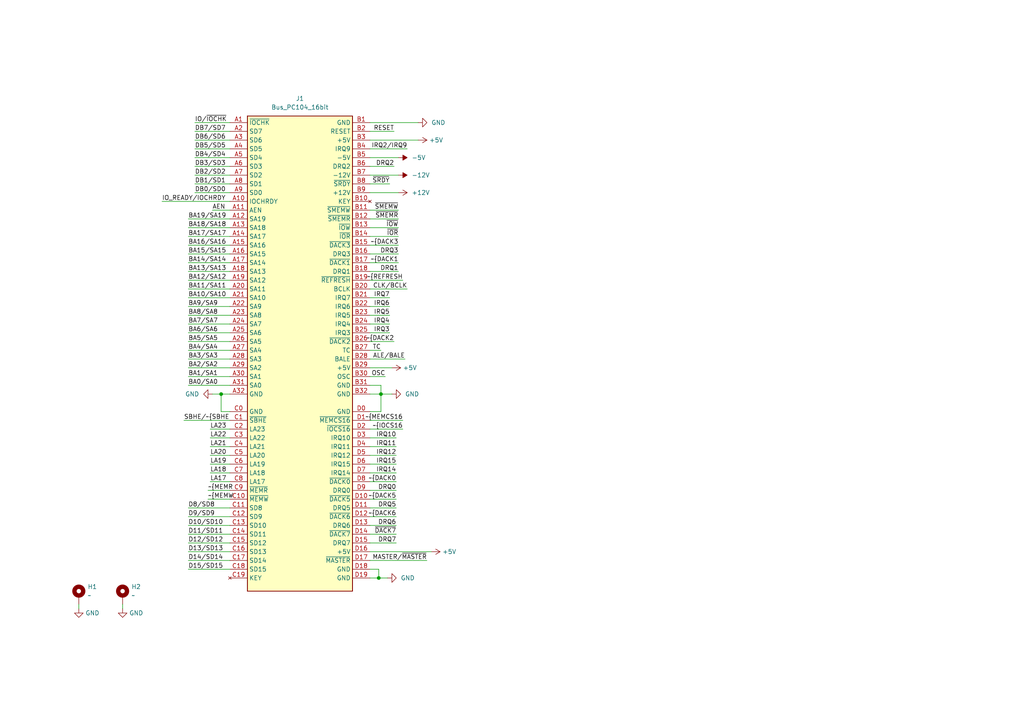
<source format=kicad_sch>
(kicad_sch (version 20230121) (generator eeschema)
  (paper "A4")
  (lib_symbols
    (symbol "Mechanical:MountingHole_Pad" (pin_numbers hide) (pin_names (offset 1.016) hide)
      (property "Reference" "H" (at 0 6.35 0))
      (property "Value" "MountingHole_Pad" (at 0 4.445 0))
      (symbol "MountingHole_Pad_0_1"
        (circle (center 0 1.27) (radius 1.27) (stroke (width 1.27)))
      )
      (symbol "MountingHole_Pad_1_1"
        (pin input line (at 0 -2.54 90) (length 2.54) (name "1") (number "1"))
      )
    )
    (symbol "local:Bus_PC104_16bit"
      (property "Reference" "J" (at 0 69.215 0))
      (property "Value" "Bus_PC104_16bit" (at 0 1.27 90))
      (symbol "Bus_PC104_16bit_0_0"
        (pin power_in line (at -20.32 -13.97 0) (length 5.08) (name "GND") (number "A32"))
        (pin power_in line (at 20.32 -13.97 180) (length 5.08) (name "GND") (number "B32"))
        (pin no_connect line (at -20.32 -67.31 0) (length 5.08) (name "KEY") (number "C19"))
        (pin power_in line (at 20.32 -67.31 180) (length 5.08) (name "GND") (number "D19"))
      )
      (symbol "Bus_PC104_16bit_0_1"
        (rectangle (start -15.24 66.675) (end 15.24 -71.12) (stroke (width 0.254)) (fill (type background)))
      )
      (symbol "Bus_PC104_16bit_1_1"
        (pin passive line (at -20.32 64.77 0) (length 5.08) (name "~{IOCHK}") (number "A1"))
        (pin passive line (at -20.32 41.91 0) (length 5.08) (name "IOCHRDY") (number "A10"))
        (pin input line (at -20.32 39.37 0) (length 5.08) (name "AEN") (number "A11"))
        (pin tri_state line (at -20.32 36.83 0) (length 5.08) (name "SA19") (number "A12"))
        (pin tri_state line (at -20.32 34.29 0) (length 5.08) (name "SA18") (number "A13"))
        (pin tri_state line (at -20.32 31.75 0) (length 5.08) (name "SA17") (number "A14"))
        (pin tri_state line (at -20.32 29.21 0) (length 5.08) (name "SA16") (number "A15"))
        (pin tri_state line (at -20.32 26.67 0) (length 5.08) (name "SA15") (number "A16"))
        (pin tri_state line (at -20.32 24.13 0) (length 5.08) (name "SA14") (number "A17"))
        (pin tri_state line (at -20.32 21.59 0) (length 5.08) (name "SA13") (number "A18"))
        (pin tri_state line (at -20.32 19.05 0) (length 5.08) (name "SA12") (number "A19"))
        (pin tri_state line (at -20.32 62.23 0) (length 5.08) (name "SD7") (number "A2"))
        (pin tri_state line (at -20.32 16.51 0) (length 5.08) (name "SA11") (number "A20"))
        (pin tri_state line (at -20.32 13.97 0) (length 5.08) (name "SA10") (number "A21"))
        (pin tri_state line (at -20.32 11.43 0) (length 5.08) (name "SA9") (number "A22"))
        (pin tri_state line (at -20.32 8.89 0) (length 5.08) (name "SA8") (number "A23"))
        (pin tri_state line (at -20.32 6.35 0) (length 5.08) (name "SA7") (number "A24"))
        (pin tri_state line (at -20.32 3.81 0) (length 5.08) (name "SA6") (number "A25"))
        (pin tri_state line (at -20.32 1.27 0) (length 5.08) (name "SA5") (number "A26"))
        (pin tri_state line (at -20.32 -1.27 0) (length 5.08) (name "SA4") (number "A27"))
        (pin tri_state line (at -20.32 -3.81 0) (length 5.08) (name "SA3") (number "A28"))
        (pin tri_state line (at -20.32 -6.35 0) (length 5.08) (name "SA2") (number "A29"))
        (pin tri_state line (at -20.32 59.69 0) (length 5.08) (name "SD6") (number "A3"))
        (pin tri_state line (at -20.32 -8.89 0) (length 5.08) (name "SA1") (number "A30"))
        (pin tri_state line (at -20.32 -11.43 0) (length 5.08) (name "SA0") (number "A31"))
        (pin tri_state line (at -20.32 57.15 0) (length 5.08) (name "SD5") (number "A4"))
        (pin tri_state line (at -20.32 54.61 0) (length 5.08) (name "SD4") (number "A5"))
        (pin tri_state line (at -20.32 52.07 0) (length 5.08) (name "SD3") (number "A6"))
        (pin tri_state line (at -20.32 49.53 0) (length 5.08) (name "SD2") (number "A7"))
        (pin tri_state line (at -20.32 46.99 0) (length 5.08) (name "SD1") (number "A8"))
        (pin tri_state line (at -20.32 44.45 0) (length 5.08) (name "SD0") (number "A9"))
        (pin power_in line (at 20.32 64.77 180) (length 5.08) (name "GND") (number "B1"))
        (pin no_connect line (at 20.32 41.91 180) (length 5.08) (name "KEY") (number "B10"))
        (pin input line (at 20.32 39.37 180) (length 5.08) (name "~{SMEMW}") (number "B11"))
        (pin input line (at 20.32 36.83 180) (length 5.08) (name "~{SMEMR}") (number "B12"))
        (pin input line (at 20.32 34.29 180) (length 5.08) (name "~{IOW}") (number "B13"))
        (pin input line (at 20.32 31.75 180) (length 5.08) (name "~{IOR}") (number "B14"))
        (pin passive line (at 20.32 29.21 180) (length 5.08) (name "~{DACK3}") (number "B15"))
        (pin passive line (at 20.32 26.67 180) (length 5.08) (name "DRQ3") (number "B16"))
        (pin passive line (at 20.32 24.13 180) (length 5.08) (name "~{DACK1}") (number "B17"))
        (pin passive line (at 20.32 21.59 180) (length 5.08) (name "DRQ1") (number "B18"))
        (pin passive line (at 20.32 19.05 180) (length 5.08) (name "~{REFRESH}") (number "B19"))
        (pin input line (at 20.32 62.23 180) (length 5.08) (name "RESET") (number "B2"))
        (pin input line (at 20.32 16.51 180) (length 5.08) (name "BCLK") (number "B20"))
        (pin passive line (at 20.32 13.97 180) (length 5.08) (name "IRQ7") (number "B21"))
        (pin passive line (at 20.32 11.43 180) (length 5.08) (name "IRQ6") (number "B22"))
        (pin passive line (at 20.32 8.89 180) (length 5.08) (name "IRQ5") (number "B23"))
        (pin passive line (at 20.32 6.35 180) (length 5.08) (name "IRQ4") (number "B24"))
        (pin passive line (at 20.32 3.81 180) (length 5.08) (name "IRQ3") (number "B25"))
        (pin passive line (at 20.32 1.27 180) (length 5.08) (name "~{DACK2}") (number "B26"))
        (pin passive line (at 20.32 -1.27 180) (length 5.08) (name "TC") (number "B27"))
        (pin input line (at 20.32 -3.81 180) (length 5.08) (name "BALE") (number "B28"))
        (pin power_in line (at 20.32 -6.35 180) (length 5.08) (name "+5V") (number "B29"))
        (pin power_in line (at 20.32 59.69 180) (length 5.08) (name "+5V") (number "B3"))
        (pin input line (at 20.32 -8.89 180) (length 5.08) (name "OSC") (number "B30"))
        (pin power_in line (at 20.32 -11.43 180) (length 5.08) (name "GND") (number "B31"))
        (pin passive line (at 20.32 57.15 180) (length 5.08) (name "IRQ9") (number "B4"))
        (pin power_in line (at 20.32 54.61 180) (length 5.08) (name "-5V") (number "B5"))
        (pin passive line (at 20.32 52.07 180) (length 5.08) (name "DRQ2") (number "B6"))
        (pin power_in line (at 20.32 49.53 180) (length 5.08) (name "-12V") (number "B7"))
        (pin input line (at 20.32 46.99 180) (length 5.08) (name "~{SRDY}") (number "B8"))
        (pin power_in line (at 20.32 44.45 180) (length 5.08) (name "+12V") (number "B9"))
        (pin power_in line (at -20.32 -19.05 0) (length 5.08) (name "GND") (number "C0"))
        (pin passive line (at -20.32 -21.59 0) (length 5.08) (name "~{SBHE}") (number "C1"))
        (pin input line (at -20.32 -44.45 0) (length 5.08) (name "~{MEMW}") (number "C10"))
        (pin tri_state line (at -20.32 -46.99 0) (length 5.08) (name "SD8") (number "C11"))
        (pin tri_state line (at -20.32 -49.53 0) (length 5.08) (name "SD9") (number "C12"))
        (pin tri_state line (at -20.32 -52.07 0) (length 5.08) (name "SD10") (number "C13"))
        (pin tri_state line (at -20.32 -54.61 0) (length 5.08) (name "SD11") (number "C14"))
        (pin tri_state line (at -20.32 -57.15 0) (length 5.08) (name "SD12") (number "C15"))
        (pin tri_state line (at -20.32 -59.69 0) (length 5.08) (name "SD13") (number "C16"))
        (pin tri_state line (at -20.32 -62.23 0) (length 5.08) (name "SD14") (number "C17"))
        (pin tri_state line (at -20.32 -64.77 0) (length 5.08) (name "SD15") (number "C18"))
        (pin passive line (at -20.32 -24.13 0) (length 5.08) (name "LA23") (number "C2"))
        (pin passive line (at -20.32 -26.67 0) (length 5.08) (name "LA22") (number "C3"))
        (pin passive line (at -20.32 -29.21 0) (length 5.08) (name "LA21") (number "C4"))
        (pin passive line (at -20.32 -31.75 0) (length 5.08) (name "LA20") (number "C5"))
        (pin passive line (at -20.32 -34.29 0) (length 5.08) (name "LA19") (number "C6"))
        (pin passive line (at -20.32 -36.83 0) (length 5.08) (name "LA18") (number "C7"))
        (pin passive line (at -20.32 -39.37 0) (length 5.08) (name "LA17") (number "C8"))
        (pin input line (at -20.32 -41.91 0) (length 5.08) (name "~{MEMR}") (number "C9"))
        (pin power_in line (at 20.32 -19.05 180) (length 5.08) (name "GND") (number "D0"))
        (pin passive line (at 20.32 -21.59 180) (length 5.08) (name "~{MEMCS16}") (number "D1"))
        (pin input line (at 20.32 -44.45 180) (length 5.08) (name "~{DACK5}") (number "D10"))
        (pin passive line (at 20.32 -46.99 180) (length 5.08) (name "DRQ5") (number "D11"))
        (pin input line (at 20.32 -49.53 180) (length 5.08) (name "~{DACK6}") (number "D12"))
        (pin passive line (at 20.32 -52.07 180) (length 5.08) (name "DRQ6") (number "D13"))
        (pin input line (at 20.32 -54.61 180) (length 5.08) (name "~{DACK7}") (number "D14"))
        (pin passive line (at 20.32 -57.15 180) (length 5.08) (name "DRQ7") (number "D15"))
        (pin power_in line (at 20.32 -59.69 180) (length 5.08) (name "+5V") (number "D16"))
        (pin passive line (at 20.32 -62.23 180) (length 5.08) (name "~{MASTER}") (number "D17"))
        (pin power_in line (at 20.32 -64.77 180) (length 5.08) (name "GND") (number "D18"))
        (pin passive line (at 20.32 -24.13 180) (length 5.08) (name "~{IOCS16}") (number "D2"))
        (pin passive line (at 20.32 -26.67 180) (length 5.08) (name "IRQ10") (number "D3"))
        (pin passive line (at 20.32 -29.21 180) (length 5.08) (name "IRQ11") (number "D4"))
        (pin passive line (at 20.32 -31.75 180) (length 5.08) (name "IRQ12") (number "D5"))
        (pin passive line (at 20.32 -34.29 180) (length 5.08) (name "IRQ15") (number "D6"))
        (pin passive line (at 20.32 -36.83 180) (length 5.08) (name "IRQ14") (number "D7"))
        (pin input line (at 20.32 -39.37 180) (length 5.08) (name "~{DACK0}") (number "D8"))
        (pin passive line (at 20.32 -41.91 180) (length 5.08) (name "DRQ0") (number "D9"))
      )
    )
    (symbol "power:+12V" (power) (pin_names (offset 0))
      (property "Value" "+12V" (at 0 3.556 0))
      (symbol "+12V_0_1"
        (polyline (pts (xy -0.762 1.27) (xy 0 2.54)))
        (polyline (pts (xy 0 0) (xy 0 2.54)))
        (polyline (pts (xy 0 2.54) (xy 0.762 1.27)))
      )
      (symbol "+12V_1_1"
        (pin power_in line (at 0 0 90) (length 0) hide (name "+12V") (number "1"))
      )
    )
    (symbol "power:+5V" (power) (pin_names (offset 0))
      (property "Value" "+5V" (at 0 3.556 0))
      (symbol "+5V_0_1"
        (polyline (pts (xy -0.762 1.27) (xy 0 2.54)))
        (polyline (pts (xy 0 0) (xy 0 2.54)))
        (polyline (pts (xy 0 2.54) (xy 0.762 1.27)))
      )
      (symbol "+5V_1_1"
        (pin power_in line (at 0 0 90) (length 0) hide (name "+5V") (number "1"))
      )
    )
    (symbol "power:-12V" (power) (pin_names (offset 0))
      (property "Value" "-12V" (at 0 3.81 0))
      (symbol "-12V_0_0"
        (pin power_in line (at 0 0 90) (length 0) hide (name "-12V") (number "1"))
      )
      (symbol "-12V_0_1"
        (polyline (pts (xy 0 0) (xy 0 1.27) (xy 0.762 1.27) (xy 0 2.54) (xy -0.762 1.27) (xy 0 1.27)) (fill (type outline)))
      )
    )
    (symbol "power:-5V" (power) (pin_names (offset 0))
      (property "Value" "-5V" (at 0 3.81 0))
      (symbol "-5V_0_0"
        (pin power_in line (at 0 0 90) (length 0) hide (name "-5V") (number "1"))
      )
      (symbol "-5V_0_1"
        (polyline (pts (xy 0 0) (xy 0 1.27) (xy 0.762 1.27) (xy 0 2.54) (xy -0.762 1.27) (xy 0 1.27)) (fill (type outline)))
      )
    )
    (symbol "power:GND" (power) (pin_names (offset 0))
      (property "Value" "GND" (at 0 -3.81 0))
      (symbol "GND_0_1"
        (polyline (pts (xy 0 0) (xy 0 -1.27) (xy 1.27 -1.27) (xy 0 -2.54) (xy -1.27 -1.27) (xy 0 -1.27)))
      )
      (symbol "GND_1_1"
        (pin power_in line (at 0 0 270) (length 0) hide (name "GND") (number "1"))
      )
    )
  )
  (junction (at 109.855 167.64))
  (junction (at 64.135 114.3))
  (junction (at 110.49 114.3))
  (wire (pts (xy 54.61 78.74) (xy 66.675 78.74)))
  (wire (pts (xy 107.315 88.9) (xy 113.03 88.9)))
  (wire (pts (xy 54.61 101.6) (xy 66.675 101.6)))
  (wire (pts (xy 109.855 165.1) (xy 109.855 167.64)))
  (wire (pts (xy 56.515 40.64) (xy 66.675 40.64)))
  (wire (pts (xy 54.61 111.76) (xy 66.675 111.76)))
  (wire (pts (xy 66.675 162.56) (xy 54.61 162.56)))
  (wire (pts (xy 107.315 68.58) (xy 115.57 68.58)))
  (wire (pts (xy 56.515 43.18) (xy 66.675 43.18)))
  (wire (pts (xy 54.61 109.22) (xy 66.675 109.22)))
  (wire (pts (xy 54.61 104.14) (xy 66.675 104.14)))
  (wire (pts (xy 109.855 165.1) (xy 107.315 165.1)))
  (wire (pts (xy 56.515 50.8) (xy 66.675 50.8)))
  (wire (pts (xy 54.61 73.66) (xy 66.675 73.66)))
  (wire (pts (xy 110.49 111.76) (xy 110.49 114.3)))
  (wire (pts (xy 54.61 99.06) (xy 66.675 99.06)))
  (wire (pts (xy 107.315 139.7) (xy 114.935 139.7)))
  (wire (pts (xy 107.315 83.82) (xy 118.11 83.82)))
  (wire (pts (xy 107.315 129.54) (xy 114.935 129.54)))
  (wire (pts (xy 56.515 55.88) (xy 66.675 55.88)))
  (wire (pts (xy 66.675 58.42) (xy 46.99 58.42)))
  (wire (pts (xy 116.84 81.28) (xy 107.315 81.28)))
  (wire (pts (xy 110.49 111.76) (xy 107.315 111.76)))
  (wire (pts (xy 115.57 76.2) (xy 107.315 76.2)))
  (wire (pts (xy 107.315 134.62) (xy 114.935 134.62)))
  (wire (pts (xy 60.96 124.46) (xy 66.675 124.46)))
  (wire (pts (xy 66.675 147.32) (xy 54.61 147.32)))
  (wire (pts (xy 54.61 96.52) (xy 66.675 96.52)))
  (wire (pts (xy 107.315 45.72) (xy 115.57 45.72)))
  (wire (pts (xy 60.96 129.54) (xy 66.675 129.54)))
  (wire (pts (xy 66.675 160.02) (xy 54.61 160.02)))
  (wire (pts (xy 66.675 165.1) (xy 54.61 165.1)))
  (wire (pts (xy 54.61 86.36) (xy 66.675 86.36)))
  (wire (pts (xy 107.315 93.98) (xy 113.03 93.98)))
  (wire (pts (xy 54.61 93.98) (xy 66.675 93.98)))
  (wire (pts (xy 61.595 114.3) (xy 64.135 114.3)))
  (wire (pts (xy 64.135 114.3) (xy 66.675 114.3)))
  (wire (pts (xy 60.96 134.62) (xy 66.675 134.62)))
  (wire (pts (xy 56.515 48.26) (xy 66.675 48.26)))
  (wire (pts (xy 110.49 114.3) (xy 107.315 114.3)))
  (wire (pts (xy 107.315 48.26) (xy 114.3 48.26)))
  (wire (pts (xy 107.315 149.86) (xy 114.935 149.86)))
  (wire (pts (xy 107.315 160.02) (xy 125.095 160.02)))
  (wire (pts (xy 107.315 147.32) (xy 114.935 147.32)))
  (wire (pts (xy 54.61 81.28) (xy 66.675 81.28)))
  (wire (pts (xy 110.49 119.38) (xy 107.315 119.38)))
  (wire (pts (xy 117.475 104.14) (xy 107.315 104.14)))
  (wire (pts (xy 60.325 144.78) (xy 66.675 144.78)))
  (wire (pts (xy 112.395 167.64) (xy 109.855 167.64)))
  (wire (pts (xy 113.665 114.3) (xy 110.49 114.3)))
  (wire (pts (xy 107.315 91.44) (xy 113.03 91.44)))
  (wire (pts (xy 107.315 50.8) (xy 115.57 50.8)))
  (wire (pts (xy 35.56 175.26) (xy 35.56 176.53)))
  (wire (pts (xy 110.49 114.3) (xy 110.49 119.38)))
  (wire (pts (xy 107.315 96.52) (xy 113.03 96.52)))
  (wire (pts (xy 121.285 35.56) (xy 107.315 35.56)))
  (wire (pts (xy 115.57 73.66) (xy 107.315 73.66)))
  (wire (pts (xy 107.315 66.04) (xy 115.57 66.04)))
  (wire (pts (xy 66.675 60.96) (xy 61.595 60.96)))
  (wire (pts (xy 107.315 109.22) (xy 111.76 109.22)))
  (wire (pts (xy 107.315 144.78) (xy 114.935 144.78)))
  (wire (pts (xy 107.315 124.46) (xy 116.84 124.46)))
  (wire (pts (xy 107.315 55.88) (xy 115.57 55.88)))
  (wire (pts (xy 107.315 154.94) (xy 114.935 154.94)))
  (wire (pts (xy 60.96 139.7) (xy 66.675 139.7)))
  (wire (pts (xy 66.675 154.94) (xy 54.61 154.94)))
  (wire (pts (xy 109.855 167.64) (xy 107.315 167.64)))
  (wire (pts (xy 107.315 157.48) (xy 114.935 157.48)))
  (wire (pts (xy 66.675 157.48) (xy 54.61 157.48)))
  (wire (pts (xy 64.135 114.3) (xy 64.135 119.38)))
  (wire (pts (xy 107.315 60.96) (xy 115.57 60.96)))
  (wire (pts (xy 115.57 78.74) (xy 107.315 78.74)))
  (wire (pts (xy 56.515 53.34) (xy 66.675 53.34)))
  (wire (pts (xy 107.315 53.34) (xy 113.03 53.34)))
  (wire (pts (xy 115.57 71.12) (xy 107.315 71.12)))
  (wire (pts (xy 66.675 152.4) (xy 54.61 152.4)))
  (wire (pts (xy 107.315 132.08) (xy 114.935 132.08)))
  (wire (pts (xy 54.61 66.04) (xy 66.675 66.04)))
  (wire (pts (xy 60.96 127) (xy 66.675 127)))
  (wire (pts (xy 107.315 162.56) (xy 123.825 162.56)))
  (wire (pts (xy 110.49 101.6) (xy 107.315 101.6)))
  (wire (pts (xy 107.315 137.16) (xy 114.935 137.16)))
  (wire (pts (xy 107.315 38.1) (xy 114.3 38.1)))
  (wire (pts (xy 54.61 76.2) (xy 66.675 76.2)))
  (wire (pts (xy 53.34 121.92) (xy 66.675 121.92)))
  (wire (pts (xy 54.61 68.58) (xy 66.675 68.58)))
  (wire (pts (xy 56.515 45.72) (xy 66.675 45.72)))
  (wire (pts (xy 54.61 83.82) (xy 66.675 83.82)))
  (wire (pts (xy 60.96 137.16) (xy 66.675 137.16)))
  (wire (pts (xy 107.315 152.4) (xy 114.935 152.4)))
  (wire (pts (xy 54.61 88.9) (xy 66.675 88.9)))
  (wire (pts (xy 60.325 142.24) (xy 66.675 142.24)))
  (wire (pts (xy 107.315 43.18) (xy 118.11 43.18)))
  (wire (pts (xy 107.315 142.24) (xy 114.935 142.24)))
  (wire (pts (xy 107.315 40.64) (xy 121.285 40.64)))
  (wire (pts (xy 66.675 149.86) (xy 54.61 149.86)))
  (wire (pts (xy 56.515 38.1) (xy 66.675 38.1)))
  (wire (pts (xy 107.315 106.68) (xy 113.665 106.68)))
  (wire (pts (xy 54.61 63.5) (xy 66.675 63.5)))
  (wire (pts (xy 60.96 132.08) (xy 66.675 132.08)))
  (wire (pts (xy 114.3 99.06) (xy 107.315 99.06)))
  (wire (pts (xy 107.315 63.5) (xy 115.57 63.5)))
  (wire (pts (xy 54.61 106.68) (xy 66.675 106.68)))
  (wire (pts (xy 107.315 86.36) (xy 113.03 86.36)))
  (wire (pts (xy 66.675 35.56) (xy 56.515 35.56)))
  (wire (pts (xy 54.61 71.12) (xy 66.675 71.12)))
  (wire (pts (xy 22.86 175.26) (xy 22.86 176.53)))
  (wire (pts (xy 54.61 91.44) (xy 66.675 91.44)))
  (wire (pts (xy 107.315 121.92) (xy 116.84 121.92)))
  (wire (pts (xy 66.675 119.38) (xy 64.135 119.38)))
  (wire (pts (xy 107.315 127) (xy 114.935 127)))
  (label "~{DACK5" (at 114.935 144.78 180))
  (label "DB7{slash}SD7" (at 56.515 38.1 0))
  (label "BA8{slash}SA8" (at 54.61 91.44 0))
  (label "DB6{slash}SD6" (at 56.515 40.64 0))
  (label "~{DACK1" (at 115.57 76.2 180))
  (label "IRQ7" (at 113.03 86.36 180))
  (label "BA7{slash}SA7" (at 54.61 93.98 0))
  (label "LA19" (at 60.96 134.62 0))
  (label "DRQ5" (at 114.935 147.32 180))
  (label "D14{slash}SD14" (at 54.61 162.56 0))
  (label "~{MEMR" (at 60.325 142.24 0))
  (label "D9{slash}SD9" (at 54.61 149.86 0))
  (label "IRQ2{slash}IRQ9" (at 118.11 43.18 180))
  (label "LA18" (at 60.96 137.16 0))
  (label "CLK{slash}BCLK" (at 118.11 83.82 180))
  (label "~{SRDY}" (at 113.03 53.34 180))
  (label "DB4{slash}SD4" (at 56.515 45.72 0))
  (label "~{IOCS16" (at 116.84 124.46 180))
  (label "AEN" (at 61.595 60.96 0))
  (label "TC" (at 110.49 101.6 180))
  (label "DB3{slash}SD3" (at 56.515 48.26 0))
  (label "LA23" (at 60.96 124.46 0))
  (label "DRQ2" (at 114.3 48.26 180))
  (label "DB5{slash}SD5" (at 56.515 43.18 0))
  (label "D12{slash}SD12" (at 54.61 157.48 0))
  (label "D8{slash}SD8" (at 54.61 147.32 0))
  (label "LA22" (at 60.96 127 0))
  (label "~{MEMW" (at 60.325 144.78 0))
  (label "BA17{slash}SA17" (at 54.61 68.58 0))
  (label "IRQ14" (at 114.935 137.16 180))
  (label "ALE{slash}BALE" (at 117.475 104.14 180))
  (label "LA17" (at 60.96 139.7 0))
  (label "IRQ11" (at 114.935 129.54 180))
  (label "DRQ3" (at 115.57 73.66 180))
  (label "~{IOW}" (at 115.57 66.04 180))
  (label "IO_READY{slash}IOCHRDY" (at 46.99 58.42 0))
  (label "~{DACK2" (at 114.3 99.06 180))
  (label "D13{slash}SD13" (at 54.61 160.02 0))
  (label "BA6{slash}SA6" (at 54.61 96.52 0))
  (label "LA21" (at 60.96 129.54 0))
  (label "IRQ10" (at 114.935 127 180))
  (label "~{IOR}" (at 115.57 68.58 180))
  (label "~{DACK6" (at 114.935 149.86 180))
  (label "D10{slash}SD10" (at 54.61 152.4 0))
  (label "DB0{slash}SD0" (at 56.515 55.88 0))
  (label "BA10{slash}SA10" (at 54.61 86.36 0))
  (label "~{SMEMR}" (at 115.57 63.5 180))
  (label "BA16{slash}SA16" (at 54.61 71.12 0))
  (label "BA12{slash}SA12" (at 54.61 81.28 0))
  (label "DRQ0" (at 114.935 142.24 180))
  (label "OSC" (at 111.76 109.22 180))
  (label "~{DACK3" (at 115.57 71.12 180))
  (label "~{MEMCS16" (at 116.84 121.92 180))
  (label "~{SMEMW}" (at 115.57 60.96 180))
  (label "D15{slash}SD15" (at 54.61 165.1 0))
  (label "BA19{slash}SA19" (at 54.61 63.5 0))
  (label "DRQ7" (at 114.935 157.48 180))
  (label "IRQ12" (at 114.935 132.08 180))
  (label "DRQ6" (at 114.935 152.4 180))
  (label "IRQ4" (at 113.03 93.98 180))
  (label "D11{slash}SD11" (at 54.61 154.94 0))
  (label "IO{slash}~{IOCHK}" (at 56.515 35.56 0))
  (label "BA14{slash}SA14" (at 54.61 76.2 0))
  (label "DB1{slash}SD1" (at 56.515 53.34 0))
  (label "IRQ5" (at 113.03 91.44 180))
  (label "BA4{slash}SA4" (at 54.61 101.6 0))
  (label "BA13{slash}SA13" (at 54.61 78.74 0))
  (label "BA2{slash}SA2" (at 54.61 106.68 0))
  (label "DRQ1" (at 115.57 78.74 180))
  (label "IRQ6" (at 113.03 88.9 180))
  (label "BA0{slash}SA0" (at 54.61 111.76 0))
  (label "BA3{slash}SA3" (at 54.61 104.14 0))
  (label "BA18{slash}SA18" (at 54.61 66.04 0))
  (label "BA1{slash}SA1" (at 54.61 109.22 0))
  (label "RESET" (at 114.3 38.1 180))
  (label "~{DACK7}" (at 114.935 154.94 180))
  (label "IRQ15" (at 114.935 134.62 180))
  (label "BA15{slash}SA15" (at 54.61 73.66 0))
  (label "BA11{slash}SA11" (at 54.61 83.82 0))
  (label "DB2{slash}SD2" (at 56.515 50.8 0))
  (label "SBHE{slash}~{SBHE" (at 53.34 121.92 0))
  (label "LA20" (at 60.96 132.08 0))
  (label "~{REFRESH" (at 116.84 81.28 180))
  (label "BA9{slash}SA9" (at 54.61 88.9 0))
  (label "BA5{slash}SA5" (at 54.61 99.06 0))
  (label "MASTER{slash}~{MASTER}" (at 123.825 162.56 180))
  (label "IRQ3" (at 113.03 96.52 180))
  (label "~{DACK0" (at 114.935 139.7 180))
  (symbol (lib_id "power:GND") (at 121.285 35.56 90) (unit 1)
    (property "Reference" "#PWR08" (effects hide))
    (property "Value" "GND" (at 125.095 35.5601 90) (effects (justify right)))
  )
  (symbol (lib_id "power:GND") (at 61.595 114.3 270) (unit 1)
    (property "Reference" "#PWR01" (effects hide))
    (property "Value" "GND" (at 57.785 114.2999 90) (effects (justify right)))
  )
  (symbol (lib_id "local:Bus_PC104_16bit") (at 86.995 100.33 0) (unit 1)
    (property "Reference" "J1" (at 86.995 28.575 0))
    (property "Value" "Bus_PC104_16bit" (at 86.995 31.115 0))
    (property "Footprint" "Basic:PC104_16bit" (effects hide))
    (property "Datasheet" "https://pc104.org/wp-content/uploads/2015/02/PC104_Spec_v2_6.pdf" (effects hide))
  )
  (symbol (lib_id "power:+5V") (at 113.665 106.68 270) (unit 1)
    (property "Reference" "#PWR03" (effects hide))
    (property "Value" "+5V" (at 116.84 106.6799 90) (effects (justify left)))
  )
  (symbol (lib_id "Mechanical:MountingHole_Pad") (at 35.56 172.72 0) (unit 1)
    (property "Reference" "H2" (at 38.1 170.1799 0) (effects (justify left)))
    (property "Value" "~" (at 38.1 172.7199 0) (effects (justify left)))
    (property "Footprint" "MountingHole:MountingHole_3.2mm_M3_Pad_Via" (effects hide))
  )
  (symbol (lib_id "Mechanical:MountingHole_Pad") (at 22.86 172.72 0) (unit 1)
    (property "Reference" "H1" (at 25.4 170.1799 0) (effects (justify left)))
    (property "Value" "~" (at 25.4 172.7199 0) (effects (justify left)))
    (property "Footprint" "MountingHole:MountingHole_3.2mm_M3_Pad_Via" (effects hide))
  )
  (symbol (lib_id "power:GND") (at 22.86 176.53 0) (unit 1)
    (property "Reference" "#PWR011" (effects hide))
    (property "Value" "GND" (at 24.765 177.7999 0) (effects (justify left)))
  )
  (symbol (lib_id "power:-5V") (at 115.57 45.72 270) (unit 1)
    (property "Reference" "#PWR05" (effects hide))
    (property "Value" "-5V" (at 119.38 45.7199 90) (effects (justify left)))
  )
  (symbol (lib_id "power:+5V") (at 121.285 40.64 270) (unit 1)
    (property "Reference" "#PWR09" (effects hide))
    (property "Value" "+5V" (at 124.46 40.6399 90) (effects (justify left)))
  )
  (symbol (lib_id "power:+12V") (at 115.57 55.88 270) (unit 1)
    (property "Reference" "#PWR07" (effects hide))
    (property "Value" "+12V" (at 119.38 55.8799 90) (effects (justify left)))
  )
  (symbol (lib_id "power:+5V") (at 125.095 160.02 270) (unit 1)
    (property "Reference" "#PWR010" (effects hide))
    (property "Value" "+5V" (at 128.27 160.0199 90) (effects (justify left)))
  )
  (symbol (lib_id "power:GND") (at 112.395 167.64 90) (unit 1)
    (property "Reference" "#PWR02" (effects hide))
    (property "Value" "GND" (at 116.205 167.6401 90) (effects (justify right)))
  )
  (symbol (lib_id "power:GND") (at 113.665 114.3 90) (unit 1)
    (property "Reference" "#PWR04" (effects hide))
    (property "Value" "GND" (at 117.475 114.3001 90) (effects (justify right)))
  )
  (symbol (lib_id "power:GND") (at 35.56 176.53 0) (unit 1)
    (property "Reference" "#PWR012" (effects hide))
    (property "Value" "GND" (at 37.465 177.7999 0) (effects (justify left)))
  )
  (symbol (lib_id "power:-12V") (at 115.57 50.8 270) (unit 1)
    (property "Reference" "#PWR06" (effects hide))
    (property "Value" "-12V" (at 119.38 50.7999 90) (effects (justify left)))
  )
)
</source>
